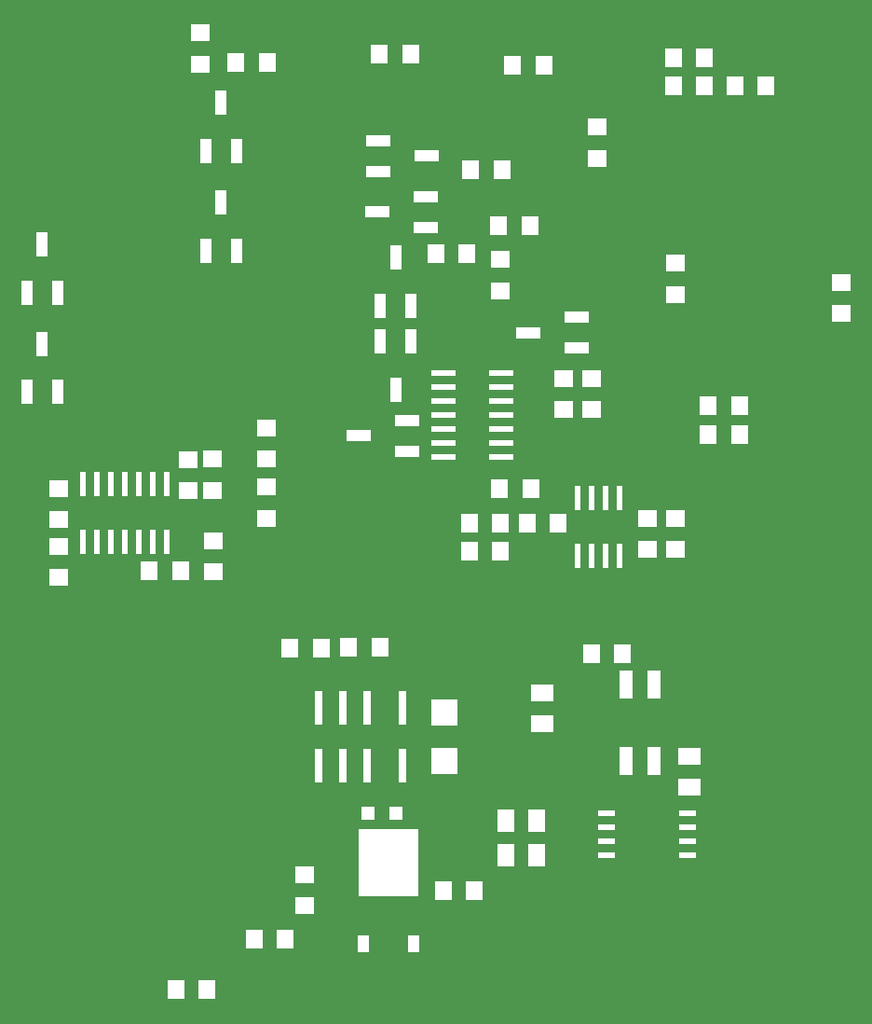
<source format=gbr>
G04 EAGLE Gerber X2 export*
%TF.Part,Single*%
%TF.FileFunction,Paste,Top*%
%TF.FilePolarity,Negative*%
%TF.GenerationSoftware,Autodesk,EAGLE,9.2.0*%
%TF.CreationDate,2018-10-30T13:39:06Z*%
G75*
%MOMM*%
%FSLAX34Y34*%
%LPD*%
%INSolderpaste Top*%
%IPNEG*%
%AMOC8*
5,1,8,0,0,1.08239X$1,22.5*%
G01*
%ADD10R,1.600000X1.800000*%
%ADD11R,1.800000X1.600000*%
%ADD12R,0.600000X2.200000*%
%ADD13R,2.200000X0.600000*%
%ADD14R,0.800000X3.100000*%
%ADD15R,1.270000X2.540000*%
%ADD16R,1.600000X1.803000*%
%ADD17R,1.066800X2.184400*%
%ADD18R,1.803000X1.600000*%
%ADD19R,2.184400X1.066800*%
%ADD20R,2.000000X1.600000*%
%ADD21R,1.600000X2.000000*%
%ADD22R,1.000000X1.600000*%
%ADD23R,5.400000X6.200000*%
%ADD24R,1.549400X0.533400*%
%ADD25R,2.400000X2.400000*%
%ADD26R,1.270000X1.270000*%


D10*
X484090Y460470D03*
X456090Y460470D03*
X514590Y341550D03*
X542590Y341550D03*
X236250Y82550D03*
X208250Y82550D03*
X379700Y127000D03*
X407700Y127000D03*
D11*
X254000Y113000D03*
X254000Y141000D03*
D12*
X65420Y443900D03*
X65420Y495900D03*
X52720Y443900D03*
X78120Y443900D03*
X90820Y443900D03*
X52720Y495900D03*
X78120Y495900D03*
X90820Y495900D03*
X116220Y443900D03*
X116220Y495900D03*
X103520Y443900D03*
X128920Y443900D03*
X103520Y495900D03*
X128920Y495900D03*
D13*
X432400Y533400D03*
X380400Y533400D03*
X432400Y520700D03*
X432400Y546100D03*
X432400Y558800D03*
X380400Y520700D03*
X380400Y546100D03*
X380400Y558800D03*
X432400Y584200D03*
X380400Y584200D03*
X432400Y571500D03*
X432400Y596900D03*
X380400Y571500D03*
X380400Y596900D03*
D12*
X527050Y483200D03*
X527050Y431200D03*
X539750Y483200D03*
X514350Y483200D03*
X501650Y483200D03*
X539750Y431200D03*
X514350Y431200D03*
X501650Y431200D03*
D14*
X342800Y293200D03*
X310800Y293200D03*
X288800Y293200D03*
X266800Y293200D03*
X342800Y240200D03*
X310800Y240200D03*
X288800Y240200D03*
X266800Y240200D03*
D15*
X546100Y244400D03*
X571500Y244400D03*
X571500Y314400D03*
X546100Y314400D03*
D16*
X403340Y460470D03*
X431780Y460470D03*
X471420Y876490D03*
X442980Y876490D03*
X589030Y882650D03*
X617470Y882650D03*
X350230Y886260D03*
X321790Y886260D03*
X433320Y781050D03*
X404880Y781050D03*
D17*
X322550Y657450D03*
X336550Y701450D03*
X350550Y657450D03*
D16*
X617470Y857250D03*
X589030Y857250D03*
D18*
X519350Y820290D03*
X519350Y791850D03*
X431800Y671580D03*
X431800Y700020D03*
D16*
X458720Y730250D03*
X430280Y730250D03*
D18*
X590550Y696370D03*
X590550Y667930D03*
X741470Y679260D03*
X741470Y650820D03*
D19*
X501140Y619270D03*
X457140Y633270D03*
X501140Y647270D03*
X363630Y728950D03*
X319630Y742950D03*
X363630Y756950D03*
D17*
X350550Y625250D03*
X336550Y581250D03*
X322550Y625250D03*
D18*
X170910Y444770D03*
X170910Y416330D03*
D16*
X112590Y417370D03*
X141030Y417370D03*
D17*
X1240Y579440D03*
X15240Y623440D03*
X29240Y579440D03*
X1240Y669819D03*
X15240Y713819D03*
X29240Y669819D03*
D18*
X30590Y411230D03*
X30590Y439670D03*
X590550Y436630D03*
X590550Y465070D03*
D16*
X373130Y704850D03*
X401570Y704850D03*
D17*
X163800Y707900D03*
X177800Y751900D03*
X191800Y707900D03*
X163800Y798420D03*
X177800Y842420D03*
X191800Y798420D03*
D18*
X219130Y518640D03*
X219130Y547080D03*
D16*
X240560Y346930D03*
X269000Y346930D03*
D19*
X347120Y525750D03*
X303120Y539750D03*
X347120Y553750D03*
D20*
X469900Y278100D03*
X469900Y306100D03*
D16*
X403510Y435390D03*
X431950Y435390D03*
D18*
X565150Y436630D03*
X565150Y465070D03*
D16*
X431060Y491410D03*
X459500Y491410D03*
D21*
X464850Y190500D03*
X436850Y190500D03*
D18*
X514350Y592070D03*
X514350Y563630D03*
D16*
X649220Y541290D03*
X620780Y541290D03*
X649220Y566880D03*
X620780Y566880D03*
D21*
X436850Y158750D03*
X464850Y158750D03*
D20*
X603250Y248950D03*
X603250Y220950D03*
D16*
X322170Y347730D03*
X293730Y347730D03*
D18*
X488950Y563630D03*
X488950Y592070D03*
X30590Y492010D03*
X30590Y463570D03*
X218820Y464670D03*
X218820Y493110D03*
X169790Y490250D03*
X169790Y518690D03*
X148040Y490010D03*
X148040Y518450D03*
X158750Y877320D03*
X158750Y905760D03*
D22*
X307400Y79000D03*
X353000Y79000D03*
D23*
X330200Y152000D03*
D24*
X528066Y196850D03*
X528066Y184150D03*
X528066Y171450D03*
X528066Y158750D03*
X602234Y158750D03*
X602234Y171450D03*
X602234Y184150D03*
X602234Y196850D03*
D19*
X320900Y807750D03*
X364900Y793750D03*
X320900Y779750D03*
D25*
X381000Y288700D03*
X381000Y244700D03*
D26*
X311150Y196850D03*
X336550Y196850D03*
D16*
X191520Y878840D03*
X219960Y878840D03*
X673340Y857780D03*
X644900Y857780D03*
D10*
X136920Y36960D03*
X164920Y36960D03*
M02*

</source>
